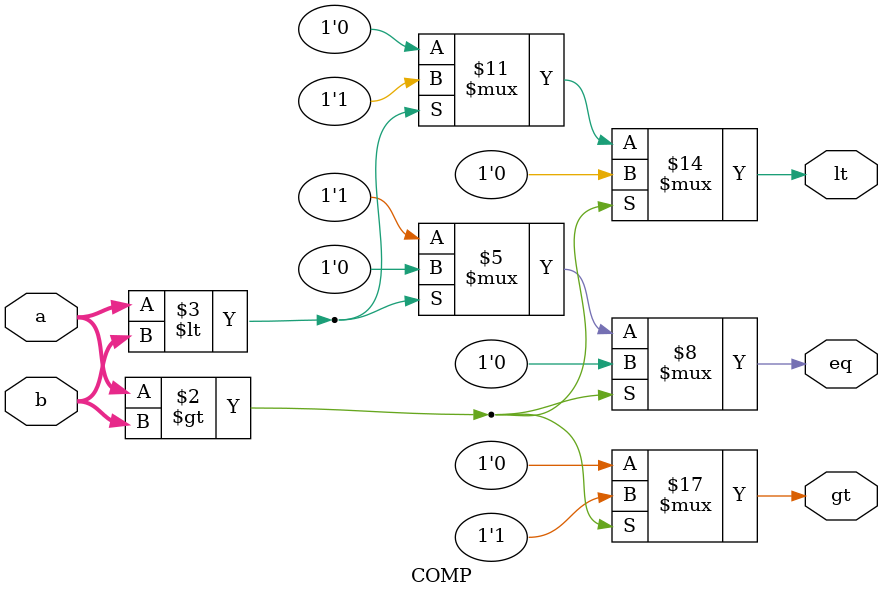
<source format=v>
`timescale 1ns / 1ps


module COMP( a, b, gt, lt, eq );
    
    parameter DATAWIDTH = 2;
    input [DATAWIDTH-1:0] a, b;
    output reg gt, lt, eq;
        
    always @ ( a, b ) begin
    gt <= 0; lt <= 0; eq <=0;
        if ( a > b ) begin
            gt <= 1;
        end
        else if ( a < b ) begin
            lt <= 1;
        end
        else begin
            eq <= 1;
        end
            
    end
    
endmodule

</source>
